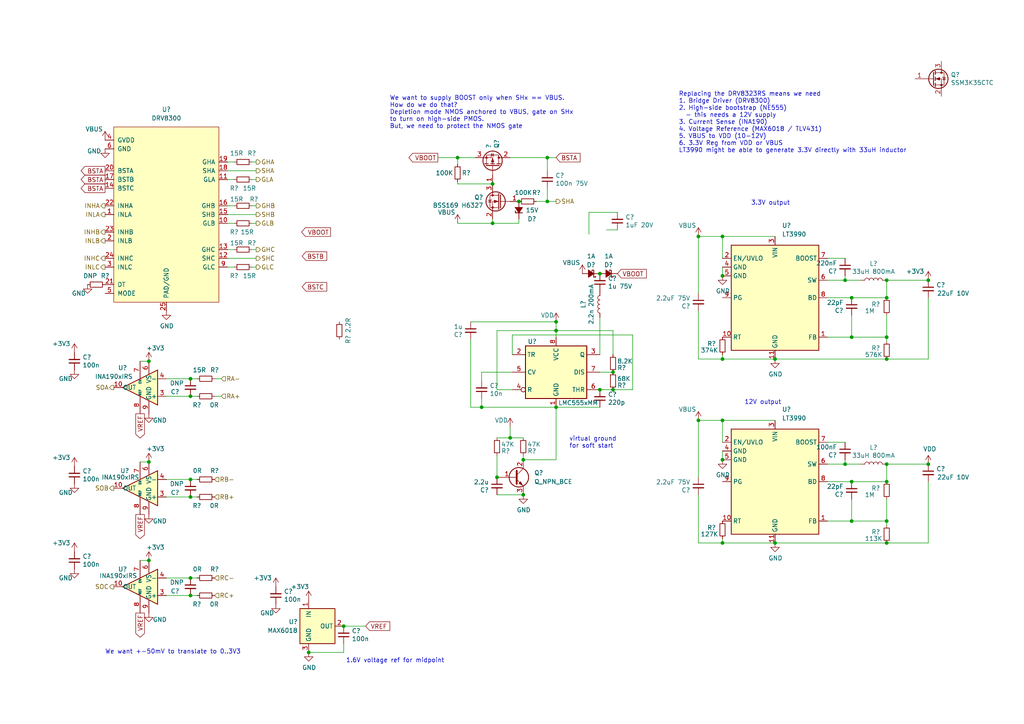
<source format=kicad_sch>
(kicad_sch (version 20211123) (generator eeschema)
  (paper "A4")
  (title_block (title "stm32-nema17-servo") (date "2019-09-16") (rev "V0.3") (company "InRobCo"))
  (lib_symbols
    (symbol "Device:C_Small" (pin_numbers hide) (pin_names (offset 0.254) hide)
      (property "Reference" "C" (at 0.254 1.778 0))
      (property "Value" "C_Small" (at 0.254 -2.032 0))
      (symbol "C_Small_1_1"
        (pin passive line (at 0 2.54 270) (length 2.032) (name "~") (number "1"))
        (pin passive line (at 0 -2.54 90) (length 2.032) (name "~") (number "2"))
      )
    )
    (symbol "Device:D_Schottky_Small_Filled" (pin_numbers hide) (pin_names (offset 0.254) hide)
      (property "Reference" "D" (at -1.27 2.032 0))
      (property "Value" "D_Schottky_Small_Filled" (at -7.112 -2.032 0))
      (symbol "D_Schottky_Small_Filled_1_1"
        (pin passive line (at -2.54 0 0) (length 1.778) (name "K") (number "1"))
        (pin passive line (at 2.54 0 180) (length 1.778) (name "A") (number "2"))
      )
    )
    (symbol "Device:D_Zener_Small_Filled" (pin_numbers hide) (pin_names (offset 0.254) hide)
      (property "Reference" "D" (at 0 2.286 0))
      (property "Value" "D_Zener_Small_Filled" (at 0 -2.286 0))
      (symbol "D_Zener_Small_Filled_1_1"
        (pin passive line (at -2.54 0 0) (length 1.778) (name "K") (number "1"))
        (pin passive line (at 2.54 0 180) (length 1.778) (name "A") (number "2"))
      )
    )
    (symbol "Device:L" (pin_numbers hide) (pin_names (offset 1.016) hide)
      (property "Reference" "L" (at -1.27 0 90))
      (property "Value" "L" (at 1.905 0 90))
      (symbol "L_1_1"
        (pin passive line (at 0 3.81 270) (length 1.27) (name "1") (number "1"))
        (pin passive line (at 0 -3.81 90) (length 1.27) (name "2") (number "2"))
      )
    )
    (symbol "Device:Q_NMOS_GSD" (pin_names (offset 0) hide)
      (property "Reference" "Q" (at 5.08 1.27 0))
      (property "Value" "Q_NMOS_GSD" (at 5.08 -1.27 0))
      (symbol "Q_NMOS_GSD_1_1"
        (pin input line (at -5.08 0 0) (length 2.54) (name "G") (number "1"))
        (pin passive line (at 2.54 -5.08 90) (length 2.54) (name "S") (number "2"))
        (pin passive line (at 2.54 5.08 270) (length 2.54) (name "D") (number "3"))
      )
    )
    (symbol "Device:Q_NPN_BCE" (pin_names (offset 0) hide)
      (property "Reference" "Q" (at 5.08 1.27 0))
      (property "Value" "Q_NPN_BCE" (at 5.08 -1.27 0))
      (symbol "Q_NPN_BCE_1_1"
        (pin input line (at -5.08 0 0) (length 5.715) (name "B") (number "1"))
        (pin passive line (at 2.54 5.08 270) (length 2.54) (name "C") (number "2"))
        (pin passive line (at 2.54 -5.08 90) (length 2.54) (name "E") (number "3"))
      )
    )
    (symbol "Device:Q_PMOS_GDS" (pin_names (offset 0) hide)
      (property "Reference" "Q" (at 5.08 1.27 0))
      (property "Value" "Q_PMOS_GDS" (at 5.08 -1.27 0))
      (symbol "Q_PMOS_GDS_1_1"
        (pin input line (at -5.08 0 0) (length 2.54) (name "G") (number "1"))
        (pin passive line (at 2.54 5.08 270) (length 2.54) (name "D") (number "2"))
        (pin passive line (at 2.54 -5.08 90) (length 2.54) (name "S") (number "3"))
      )
    )
    (symbol "Device:R_Small" (pin_numbers hide) (pin_names (offset 0.254) hide)
      (property "Reference" "R" (at 0.762 0.508 0))
      (property "Value" "R_Small" (at 0.762 -1.016 0))
      (symbol "R_Small_1_1"
        (pin passive line (at 0 2.54 270) (length 0.762) (name "~") (number "1"))
        (pin passive line (at 0 -2.54 90) (length 0.762) (name "~") (number "2"))
      )
    )
    (symbol "Timer:LMC555xMM"
      (property "Reference" "U" (at -10.16 8.89 0))
      (property "Value" "LMC555xMM" (at 2.54 8.89 0))
      (symbol "LMC555xMM_0_0"
        (pin power_in line (at 0 -10.16 90) (length 2.54) (name "GND") (number "1"))
        (pin power_in line (at 0 10.16 270) (length 2.54) (name "VCC") (number "8"))
      )
      (symbol "LMC555xMM_1_1"
        (pin input line (at -12.7 5.08 0) (length 3.81) (name "TR") (number "2"))
        (pin output line (at 12.7 5.08 180) (length 3.81) (name "Q") (number "3"))
        (pin input inverted (at -12.7 -5.08 0) (length 3.81) (name "R") (number "4"))
        (pin input line (at -12.7 0 0) (length 3.81) (name "CV") (number "5"))
        (pin input line (at 12.7 -5.08 180) (length 3.81) (name "THR") (number "6"))
        (pin input line (at 12.7 0 180) (length 3.81) (name "DIS") (number "7"))
      )
    )
    (symbol "power:+3.3V" (power) (pin_names (offset 0))
      (property "Value" "+3.3V" (at 0 3.556 0))
      (symbol "+3.3V_1_1"
        (pin power_in line (at 0 0 90) (length 0) hide (name "+3V3") (number "1"))
      )
    )
    (symbol "power:GND" (power) (pin_names (offset 0))
      (property "Value" "GND" (at 0 -3.81 0))
      (symbol "GND_1_1"
        (pin power_in line (at 0 0 270) (length 0) hide (name "GND") (number "1"))
      )
    )
    (symbol "power:VBUS" (power) (pin_names (offset 0))
      (property "Value" "VBUS" (at 0 3.81 0))
      (symbol "VBUS_1_1"
        (pin power_in line (at 0 0 90) (length 0) hide (name "VBUS") (number "1"))
      )
    )
    (symbol "power:VDD" (power) (pin_names (offset 0))
      (property "Value" "VDD" (at 0 3.81 0))
      (symbol "VDD_1_1"
        (pin power_in line (at 0 0 90) (length 0) hide (name "VDD") (number "1"))
      )
    )
    (symbol "stm32-nema17:DRV8300" (pin_names (offset 1.016))
      (property "Reference" "U" (at -13.97 26.67 0))
      (property "Value" "DRV8300" (at 10.16 -26.67 0))
      (symbol "DRV8300_0_0"
        (pin input line (at -17.78 0 0) (length 2.54) (name "INLA") (number "1"))
        (pin power_out line (at 17.78 -2.54 180) (length 2.54) (name "GLB") (number "10"))
        (pin power_out line (at 17.78 10.16 180) (length 2.54) (name "GLA") (number "11"))
        (pin input line (at 17.78 -12.7 180) (length 2.54) (name "SHC") (number "12"))
        (pin power_out line (at 17.78 -10.16 180) (length 2.54) (name "GHC") (number "13"))
        (pin power_out line (at -17.78 7.62 0) (length 2.54) (name "BSTC") (number "14"))
        (pin input line (at 17.78 0 180) (length 2.54) (name "SHB") (number "15"))
        (pin power_out line (at 17.78 2.54 180) (length 2.54) (name "GHB") (number "16"))
        (pin power_out line (at -17.78 10.16 0) (length 2.54) (name "BSTB") (number "17"))
        (pin input line (at 17.78 12.7 180) (length 2.54) (name "SHA") (number "18"))
        (pin power_out line (at 17.78 15.24 180) (length 2.54) (name "GHA") (number "19"))
        (pin input line (at -17.78 -7.62 0) (length 2.54) (name "INLB") (number "2"))
        (pin power_out line (at -17.78 12.7 0) (length 2.54) (name "BSTA") (number "20"))
        (pin input line (at -17.78 -20.32 0) (length 2.54) (name "DT") (number "21"))
        (pin input line (at -17.78 2.54 0) (length 2.54) (name "INHA") (number "22"))
        (pin input line (at -17.78 -5.08 0) (length 2.54) (name "INHB") (number "23"))
        (pin input line (at -17.78 -12.7 0) (length 2.54) (name "INHC") (number "24"))
        (pin power_in line (at 0 -27.94 90) (length 2.54) (name "PAD/GND") (number "25"))
        (pin input line (at -17.78 -15.24 0) (length 2.54) (name "INLC") (number "3"))
        (pin power_out line (at -17.78 21.59 0) (length 2.54) (name "GVDD") (number "4"))
        (pin input line (at -17.78 -22.86 0) (length 2.54) (name "MODE") (number "5"))
        (pin power_in line (at -17.78 19.05 0) (length 2.54) (name "GND") (number "6"))
        (pin no_connect line (at -8.89 -25.4 270) (length 2.54) hide (name "NC") (number "7"))
        (pin no_connect line (at -6.35 -25.4 270) (length 2.54) hide (name "NC") (number "8"))
        (pin power_out line (at 17.78 -15.24 180) (length 2.54) (name "GLC") (number "9"))
      )
    )
    (symbol "stm32-nema17:INA190xIRS" (pin_names (offset 0.127))
      (property "Reference" "U" (at 3.81 3.81 0))
      (property "Value" "INA190xIRS" (at 3.81 -2.54 0))
      (symbol "INA190xIRS_1_1"
        (pin output line (at 7.62 0 180) (length 2.54) (name "OUT") (number "10"))
        (pin input line (at -7.62 -2.54 0) (length 2.54) (name "+") (number "3"))
        (pin input line (at -7.62 2.54 0) (length 2.54) (name "-") (number "4"))
        (pin power_in line (at -2.54 7.62 270) (length 3.81) (name "VS") (number "6"))
        (pin input line (at 0 7.62 270) (length 5.08) (name "EN") (number "7"))
        (pin input line (at 0 -7.62 90) (length 5.08) (name "REF") (number "8"))
        (pin power_in line (at -2.54 -7.62 90) (length 3.81) (name "GND") (number "9"))
      )
    )
    (symbol "stm32-nema17:LT3990"
      (property "Reference" "U" (at -11.43 16.51 0))
      (property "Value" "LT3990" (at 11.43 -16.51 0))
      (symbol "LT3990_0_0"
        (pin power_in line (at -15.24 8.89 0) (length 2.54) (name "GND") (number "4"))
        (pin power_in line (at -15.24 6.35 0) (length 2.54) (name "GND") (number "5"))
      )
      (symbol "LT3990_1_1"
        (pin input line (at 15.24 -11.43 180) (length 2.54) (name "FB") (number "1"))
        (pin input line (at -15.24 -11.43 0) (length 2.54) (name "RT") (number "10"))
        (pin power_in line (at 0 -17.78 90) (length 2.54) (name "GND") (number "11"))
        (pin input line (at -15.24 11.43 0) (length 2.54) (name "EN/UVLO") (number "2"))
        (pin power_in line (at 0 17.78 270) (length 2.54) (name "VIN") (number "3"))
        (pin passive line (at 15.24 5.08 180) (length 2.54) (name "SW") (number "6"))
        (pin passive line (at 15.24 11.43 180) (length 2.54) (name "BOOST") (number "7"))
        (pin power_in line (at 15.24 0 180) (length 2.54) (name "BD") (number "8"))
        (pin input line (at -15.24 0 0) (length 2.54) (name "PG") (number "9"))
      )
    )
    (symbol "stm32-nema17:MAX6018"
      (property "Reference" "U" (at 0 6.35 0))
      (property "Value" "MAX6018" (at 2.54 -6.35 0))
      (symbol "MAX6018_1_1"
        (pin power_in line (at -2.54 7.62 270) (length 2.54) (name "IN") (number "1"))
        (pin power_out line (at 7.62 0 180) (length 2.54) (name "OUT") (number "2"))
        (pin power_in line (at -2.54 -7.62 90) (length 2.54) (name "GND") (number "3"))
      )
    )
    (symbol "stm32-nema17:Q_NMOS_GSD_depletion_mode" (pin_names (offset 0) hide)
      (property "Reference" "Q" (at 5.08 1.27 0))
      (property "Value" "Q_NMOS_GSD_depletion_mode" (at 5.08 -1.27 0))
      (symbol "Q_NMOS_GSD_depletion_mode_1_1"
        (pin input line (at -5.08 0 0) (length 2.54) (name "G") (number "1"))
        (pin passive line (at 2.54 -5.08 90) (length 2.54) (name "S") (number "2"))
        (pin passive line (at 2.54 5.08 270) (length 2.54) (name "D") (number "3"))
      )
    )
  )
  (junction (at 269.24 81.28))
  (junction (at -56.515 111.76))
  (junction (at 245.11 81.28))
  (junction (at 158.75 45.72))
  (junction (at 177.8 113.03))
  (junction (at 43.18 133.985))
  (junction (at 209.55 157.48))
  (junction (at 55.245 172.72))
  (junction (at 257.175 139.7))
  (junction (at -33.655 121.92))
  (junction (at 158.75 58.42))
  (junction (at -56.515 121.92))
  (junction (at 55.245 114.935))
  (junction (at 150.495 58.42))
  (junction (at 55.245 144.145))
  (junction (at 247.015 151.13))
  (junction (at 151.765 133.35))
  (junction (at 247.015 97.79))
  (junction (at -20.955 106.68))
  (junction (at 99.695 181.61))
  (junction (at -20.955 116.84))
  (junction (at 257.175 81.28))
  (junction (at 224.79 157.48))
  (junction (at 151.765 143.51))
  (junction (at 132.715 45.72))
  (junction (at 147.955 127))
  (junction (at 161.29 118.11))
  (junction (at 269.24 134.62))
  (junction (at 245.11 134.62))
  (junction (at 144.145 138.43))
  (junction (at 257.175 157.48))
  (junction (at 142.875 64.77))
  (junction (at 209.55 121.92))
  (junction (at 257.175 134.62))
  (junction (at 173.99 79.375))
  (junction (at 55.245 109.855))
  (junction (at 257.175 97.79))
  (junction (at 142.875 53.34))
  (junction (at 173.99 113.03))
  (junction (at 247.015 139.7))
  (junction (at -56.515 93.98))
  (junction (at 209.55 104.14))
  (junction (at 209.55 68.58))
  (junction (at 257.175 151.13))
  (junction (at 161.29 93.345))
  (junction (at 89.535 189.23))
  (junction (at 257.175 104.14))
  (junction (at 43.18 162.56))
  (junction (at -33.655 100.33))
  (junction (at 43.18 104.775))
  (junction (at 209.55 80.01))
  (junction (at 257.175 86.36))
  (junction (at 55.245 139.065))
  (junction (at 55.245 167.64))
  (junction (at 161.29 95.885))
  (junction (at 247.015 86.36))
  (junction (at -50.8 111.76))
  (junction (at 224.79 104.14))
  (junction (at 177.8 107.95))
  (junction (at 209.55 133.35))
  (junction (at 202.565 121.92))
  (junction (at 202.565 68.58))
  (junction (at -20.955 99.695))
  (junction (at 139.7 118.11))
  (no_connect (at -46.355 111.76))
  (no_connect (at -20.955 111.76))
  (wire (pts (xy 148.59 97.155) (xy 148.59 102.87)))
  (wire (pts (xy 66.04 74.93) (xy 74.295 74.93)))
  (wire (pts (xy 202.565 143.51) (xy 202.565 157.48)))
  (wire (pts (xy 240.03 134.62) (xy 245.11 134.62)))
  (wire (pts (xy 247.015 91.44) (xy 247.015 97.79)))
  (wire (pts (xy 48.26 109.855) (xy 55.245 109.855)))
  (wire (pts (xy 147.955 45.72) (xy 158.75 45.72)))
  (wire (pts (xy 66.04 72.39) (xy 67.945 72.39)))
  (wire (pts (xy 99.695 189.23) (xy 99.695 186.69)))
  (wire (pts (xy -50.8 100.33) (xy -33.655 100.33)))
  (wire (pts (xy 151.765 133.35) (xy 161.29 133.35)))
  (wire (pts (xy 55.245 167.64) (xy 57.15 167.64)))
  (wire (pts (xy -46.355 98.425) (xy -46.355 106.68)))
  (wire (pts (xy 62.23 114.935) (xy 64.135 114.935)))
  (wire (pts (xy 139.7 118.11) (xy 161.29 118.11)))
  (wire (pts (xy 240.03 97.79) (xy 247.015 97.79)))
  (wire (pts (xy 245.11 133.35) (xy 245.11 134.62)))
  (wire (pts (xy 136.525 118.11) (xy 139.7 118.11)))
  (wire (pts (xy -56.515 114.3) (xy -56.515 111.76)))
  (wire (pts (xy 73.025 77.47) (xy 74.295 77.47)))
  (wire (pts (xy 209.55 68.58) (xy 209.55 74.93)))
  (wire (pts (xy 136.525 93.345) (xy 161.29 93.345)))
  (wire (pts (xy 148.59 107.95) (xy 139.7 107.95)))
  (wire (pts (xy 257.175 157.48) (xy 269.24 157.48)))
  (wire (pts (xy 183.515 113.03) (xy 183.515 97.155)))
  (wire (pts (xy 99.695 181.61) (xy 106.045 181.61)))
  (wire (pts (xy -46.355 116.84) (xy -50.8 116.84)))
  (wire (pts (xy 183.515 97.155) (xy 148.59 97.155)))
  (wire (pts (xy 161.29 95.885) (xy 161.29 97.79)))
  (wire (pts (xy 245.11 80.01) (xy 245.11 81.28)))
  (wire (pts (xy 158.75 45.72) (xy 158.75 49.53)))
  (wire (pts (xy 173.99 107.95) (xy 177.8 107.95)))
  (wire (pts (xy 151.765 132.08) (xy 151.765 133.35)))
  (wire (pts (xy 240.03 151.13) (xy 247.015 151.13)))
  (wire (pts (xy 209.55 104.14) (xy 209.55 102.87)))
  (wire (pts (xy 144.145 143.51) (xy 151.765 143.51)))
  (wire (pts (xy -56.515 82.55) (xy -48.26 82.55)))
  (wire (pts (xy 66.04 77.47) (xy 67.945 77.47)))
  (wire (pts (xy -50.8 100.33) (xy -50.8 111.76)))
  (wire (pts (xy -60.96 121.92) (xy -56.515 121.92)))
  (wire (pts (xy 245.11 81.28) (xy 249.555 81.28)))
  (wire (pts (xy 144.145 95.885) (xy 161.29 95.885)))
  (wire (pts (xy 158.75 45.72) (xy 161.29 45.72)))
  (wire (pts (xy 144.145 127) (xy 147.955 127)))
  (wire (pts (xy -20.955 106.68) (xy -13.97 106.68)))
  (wire (pts (xy 48.26 114.935) (xy 55.245 114.935)))
  (wire (pts (xy 48.26 167.64) (xy 55.245 167.64)))
  (wire (pts (xy 127 45.72) (xy 132.715 45.72)))
  (wire (pts (xy 55.245 109.855) (xy 57.15 109.855)))
  (wire (pts (xy 209.55 130.81) (xy 209.55 133.35)))
  (wire (pts (xy -13.97 106.68) (xy -13.97 93.98)))
  (wire (pts (xy -20.955 116.84) (xy -17.145 116.84)))
  (wire (pts (xy 48.26 144.145) (xy 55.245 144.145)))
  (wire (pts (xy 247.015 86.36) (xy 257.175 86.36)))
  (wire (pts (xy 132.715 45.72) (xy 132.715 47.625)))
  (wire (pts (xy -50.8 111.76) (xy -56.515 111.76)))
  (wire (pts (xy 170.815 61.595) (xy 179.07 61.595)))
  (wire (pts (xy -60.96 119.38) (xy -60.96 121.92)))
  (wire (pts (xy 209.55 157.48) (xy 209.55 156.21)))
  (wire (pts (xy 209.55 121.92) (xy 209.55 128.27)))
  (wire (pts (xy 55.245 144.145) (xy 57.15 144.145)))
  (wire (pts (xy 137.795 45.72) (xy 132.715 45.72)))
  (wire (pts (xy 240.03 86.36) (xy 247.015 86.36)))
  (wire (pts (xy 40.64 104.775) (xy 43.18 104.775)))
  (wire (pts (xy 257.175 134.62) (xy 257.175 139.7)))
  (wire (pts (xy -20.955 99.695) (xy -20.955 101.6)))
  (wire (pts (xy 66.04 46.99) (xy 67.945 46.99)))
  (wire (pts (xy 158.75 54.61) (xy 158.75 58.42)))
  (wire (pts (xy 209.55 77.47) (xy 209.55 80.01)))
  (wire (pts (xy 247.015 151.13) (xy 257.175 151.13)))
  (wire (pts (xy 173.99 113.03) (xy 177.8 113.03)))
  (wire (pts (xy -33.655 91.44) (xy -33.655 100.33)))
  (wire (pts (xy -50.8 116.84) (xy -50.8 111.76)))
  (wire (pts (xy -33.655 100.33) (xy -33.655 101.6)))
  (wire (pts (xy 73.025 64.77) (xy 74.295 64.77)))
  (wire (pts (xy 73.025 72.39) (xy 74.295 72.39)))
  (wire (pts (xy 158.75 58.42) (xy 161.29 58.42)))
  (wire (pts (xy 247.015 144.78) (xy 247.015 151.13)))
  (wire (pts (xy 147.955 123.825) (xy 147.955 127)))
  (wire (pts (xy -56.515 88.9) (xy -56.515 82.55)))
  (wire (pts (xy 55.245 114.935) (xy 57.15 114.935)))
  (wire (pts (xy 147.955 127) (xy 151.765 127)))
  (wire (pts (xy -33.655 121.92) (xy -20.955 121.92)))
  (wire (pts (xy -51.435 87.63) (xy -48.26 87.63)))
  (wire (pts (xy -56.515 121.92) (xy -33.655 121.92)))
  (wire (pts (xy 177.8 113.03) (xy 183.515 113.03)))
  (wire (pts (xy 202.565 85.09) (xy 202.565 68.58)))
  (wire (pts (xy 55.245 139.065) (xy 57.15 139.065)))
  (wire (pts (xy 73.025 46.99) (xy 74.295 46.99)))
  (wire (pts (xy 173.99 92.075) (xy 173.99 102.87)))
  (wire (pts (xy 144.145 113.03) (xy 144.145 95.885)))
  (wire (pts (xy 240.03 74.93) (xy 245.11 74.93)))
  (wire (pts (xy 132.715 53.34) (xy 142.875 53.34)))
  (wire (pts (xy -60.96 114.3) (xy -60.96 111.76)))
  (wire (pts (xy 66.04 59.69) (xy 67.945 59.69)))
  (wire (pts (xy 66.04 64.77) (xy 67.945 64.77)))
  (wire (pts (xy 142.875 63.5) (xy 142.875 64.77)))
  (wire (pts (xy 170.815 67.945) (xy 170.815 61.595)))
  (wire (pts (xy 224.79 157.48) (xy 209.55 157.48)))
  (wire (pts (xy 40.64 162.56) (xy 43.18 162.56)))
  (wire (pts (xy -20.955 98.425) (xy -20.955 99.695)))
  (wire (pts (xy 144.145 132.08) (xy 144.145 138.43)))
  (wire (pts (xy 66.04 52.07) (xy 67.945 52.07)))
  (wire (pts (xy -56.515 93.98) (xy -56.515 106.68)))
  (wire (pts (xy -33.655 126.365) (xy -33.655 121.92)))
  (wire (pts (xy 247.015 139.7) (xy 257.175 139.7)))
  (wire (pts (xy 240.03 139.7) (xy 247.015 139.7)))
  (wire (pts (xy 240.03 128.27) (xy 245.11 128.27)))
  (wire (pts (xy 66.04 62.23) (xy 74.295 62.23)))
  (wire (pts (xy 257.175 81.28) (xy 257.175 86.36)))
  (wire (pts (xy 202.565 157.48) (xy 209.55 157.48)))
  (wire (pts (xy 257.175 91.44) (xy 257.175 97.79)))
  (wire (pts (xy 150.495 64.77) (xy 142.875 64.77)))
  (wire (pts (xy 202.565 121.92) (xy 209.55 121.92)))
  (wire (pts (xy 161.29 93.345) (xy 161.29 95.885)))
  (wire (pts (xy 240.03 81.28) (xy 245.11 81.28)))
  (wire (pts (xy 269.24 139.7) (xy 269.24 157.48)))
  (wire (pts (xy 48.26 139.065) (xy 55.245 139.065)))
  (wire (pts (xy 247.015 97.79) (xy 257.175 97.79)))
  (wire (pts (xy 224.79 157.48) (xy 257.175 157.48)))
  (wire (pts (xy 224.79 104.14) (xy 257.175 104.14)))
  (wire (pts (xy 209.55 121.92) (xy 224.79 121.92)))
  (wire (pts (xy 40.64 133.985) (xy 43.18 133.985)))
  (wire (pts (xy -20.955 99.695) (xy -17.145 99.695)))
  (wire (pts (xy 62.23 109.855) (xy 64.135 109.855)))
  (wire (pts (xy 73.025 59.69) (xy 74.295 59.69)))
  (wire (pts (xy 257.175 134.62) (xy 269.24 134.62)))
  (wire (pts (xy 150.495 63.5) (xy 150.495 64.77)))
  (wire (pts (xy -60.96 111.76) (xy -56.515 111.76)))
  (wire (pts (xy 269.24 86.36) (xy 269.24 104.14)))
  (wire (pts (xy -56.515 119.38) (xy -56.515 121.92)))
  (wire (pts (xy -17.145 99.695) (xy -17.145 116.84)))
  (wire (pts (xy 177.8 95.885) (xy 177.8 102.87)))
  (wire (pts (xy 209.55 68.58) (xy 224.79 68.58)))
  (wire (pts (xy -46.355 98.425) (xy -20.955 98.425)))
  (wire (pts (xy 161.29 95.885) (xy 177.8 95.885)))
  (wire (pts (xy 202.565 138.43) (xy 202.565 121.92)))
  (wire (pts (xy -51.435 93.98) (xy -13.97 93.98)))
  (wire (pts (xy 175.895 66.675) (xy 179.07 66.675)))
  (wire (pts (xy 73.025 52.07) (xy 74.295 52.07)))
  (wire (pts (xy 224.79 104.14) (xy 209.55 104.14)))
  (wire (pts (xy 55.245 172.72) (xy 57.15 172.72)))
  (wire (pts (xy 257.175 144.78) (xy 257.175 151.13)))
  (wire (pts (xy 257.175 97.79) (xy 257.175 99.06)))
  (wire (pts (xy 139.7 107.95) (xy 139.7 110.49)))
  (wire (pts (xy 132.715 52.705) (xy 132.715 53.34)))
  (wire (pts (xy 202.565 90.17) (xy 202.565 104.14)))
  (wire (pts (xy 136.525 98.425) (xy 136.525 118.11)))
  (wire (pts (xy 66.04 49.53) (xy 74.295 49.53)))
  (wire (pts (xy 89.535 189.23) (xy 99.695 189.23)))
  (wire (pts (xy 161.29 118.11) (xy 173.99 118.11)))
  (wire (pts (xy 139.7 115.57) (xy 139.7 118.11)))
  (wire (pts (xy 155.575 58.42) (xy 158.75 58.42)))
  (wire (pts (xy 257.175 104.14) (xy 269.24 104.14)))
  (wire (pts (xy 161.29 118.11) (xy 161.29 133.35)))
  (wire (pts (xy 148.59 113.03) (xy 144.145 113.03)))
  (wire (pts (xy 202.565 104.14) (xy 209.55 104.14)))
  (wire (pts (xy 202.565 68.58) (xy 209.55 68.58)))
  (wire (pts (xy 257.175 81.28) (xy 269.24 81.28)))
  (wire (pts (xy 245.11 134.62) (xy 249.555 134.62)))
  (wire (pts (xy 48.26 172.72) (xy 55.245 172.72)))
  (wire (pts (xy 257.175 151.13) (xy 257.175 152.4)))
  (wire (pts (xy 132.715 64.77) (xy 142.875 64.77)))
  (text "virtual ground \nfor soft start" (at 165.1 130.175 0) (effects (font (size 1.27 1.27)) (justify left bottom)))
  (text "12V output" (at 215.9 117.475 0) (effects (font (size 1.27 1.27)) (justify left bottom)))
  (text "Replacing the DRV8323RS means we need\n1. Bridge Driver (DRV8300)\n2. High-side bootstrap (NE555)\n  - this needs a 12V supply\n3. Current Sense (INA190)\n4. Voltage Reference (MAX6018 / TLV431)\n5. VBUS to VDD (10-12V)\n6. 3.3V Reg from VDD or VBUS\nLT3990 might be able to generate 3.3V directly with 33uH inductor" (at 196.85 44.45 0) (effects (font (size 1.27 1.27)) (justify left bottom)))
  (text "We want to supply BOOST only when SHx == VBUS.\nHow do we do that?\nDepletion mode NMOS anchored to VBUS, gate on SHx\nto turn on high-side PMOS.\nBut, we need to protect the NMOS gate" (at 113.03 37.465 0) (effects (font (size 1.27 1.27)) (justify left bottom)))
  (text "3.3V output" (at 217.805 59.69 0) (effects (font (size 1.27 1.27)) (justify left bottom)))
  (text "We want +-50mV to translate to 0..3V3" (at 30.48 189.865 0) (effects (font (size 1.27 1.27)) (justify left bottom)))
  (text "1.6V voltage ref for midpoint" (at 100.33 192.405 0) (effects (font (size 1.27 1.27)) (justify left bottom)))
  (global_label "BSTC" (shape input) (at 87.63 83.185 0) (property "Intersheet References" "${INTERSHEET_REFS}" (effects hide)))
  (global_label "VREF" (shape input) (at 106.045 181.61 0) (property "Intersheet References" "${INTERSHEET_REFS}" (effects hide)))
  (global_label "BSTA" (shape output) (at 30.48 52.07 180) (property "Intersheet References" "${INTERSHEET_REFS}" (effects hide)))
  (global_label "VREF" (shape output) (at 40.64 149.225 270) (property "Intersheet References" "${INTERSHEET_REFS}" (effects hide)))
  (global_label "BSTA" (shape output) (at 30.48 54.61 180) (property "Intersheet References" "${INTERSHEET_REFS}" (effects hide)))
  (global_label "VREF" (shape output) (at 40.64 120.015 270) (property "Intersheet References" "${INTERSHEET_REFS}" (effects hide)))
  (global_label "VBOOT" (shape input) (at 179.07 79.375 0) (property "Intersheet References" "${INTERSHEET_REFS}" (effects hide)))
  (global_label "BSTA" (shape input) (at 161.29 45.72 0) (property "Intersheet References" "${INTERSHEET_REFS}" (effects hide)))
  (global_label "VREF" (shape output) (at 40.64 177.8 270) (property "Intersheet References" "${INTERSHEET_REFS}" (effects hide)))
  (global_label "BSTA" (shape output) (at 30.48 49.53 180) (property "Intersheet References" "${INTERSHEET_REFS}" (effects hide)))
  (global_label "BSTB" (shape input) (at 87.63 74.295 0) (property "Intersheet References" "${INTERSHEET_REFS}" (effects hide)))
  (global_label "VBOOT" (shape input) (at -56.515 82.55 90) (property "Intersheet References" "${INTERSHEET_REFS}" (effects hide)))
  (global_label "VBOOT" (shape output) (at 95.885 67.31 180) (property "Intersheet References" "${INTERSHEET_REFS}" (effects hide)))
  (global_label "VBOOT" (shape output) (at 127 45.72 180) (property "Intersheet References" "${INTERSHEET_REFS}" (effects hide)))
  (hierarchical_label "RB+" (shape input) (at 62.23 144.145 0))
  (hierarchical_label "INHA" (shape output) (at 30.48 59.69 180))
  (hierarchical_label "RA-" (shape input) (at 64.135 109.855 0))
  (hierarchical_label "INLC" (shape output) (at 30.48 77.47 180))
  (hierarchical_label "RC+" (shape input) (at 62.23 172.72 0))
  (hierarchical_label "GHC" (shape output) (at 74.295 72.39 0))
  (hierarchical_label "GHA" (shape output) (at 74.295 46.99 0))
  (hierarchical_label "GLA" (shape output) (at 74.295 52.07 0))
  (hierarchical_label "SHC" (shape output) (at 74.295 74.93 0))
  (hierarchical_label "SHB" (shape output) (at 74.295 62.23 0))
  (hierarchical_label "INHC" (shape output) (at 30.48 74.93 180))
  (hierarchical_label "RB-" (shape input) (at 62.23 139.065 0))
  (hierarchical_label "SOA" (shape output) (at 33.02 112.395 180))
  (hierarchical_label "GLB" (shape output) (at 74.295 64.77 0))
  (hierarchical_label "INHB" (shape output) (at 30.48 67.31 180))
  (hierarchical_label "SHA" (shape output) (at 161.29 58.42 0))
  (hierarchical_label "SOB" (shape output) (at 33.02 141.605 180))
  (hierarchical_label "RA+" (shape input) (at 64.135 114.935 0))
  (hierarchical_label "GLC" (shape output) (at 74.295 77.47 0))
  (hierarchical_label "INLB" (shape output) (at 30.48 69.85 180))
  (hierarchical_label "GHB" (shape output) (at 74.295 59.69 0))
  (hierarchical_label "SOC" (shape output) (at 33.02 170.18 180))
  (hierarchical_label "RC-" (shape input) (at 62.23 167.64 0))
  (hierarchical_label "INLA" (shape output) (at 30.48 62.23 180))
  (hierarchical_label "SHA" (shape output) (at 74.295 49.53 0))
  (symbol (lib_id "power:GND") (at 48.26 90.17 0) (unit 1)
    (property "Reference" "#PWR0103" (effects hide))
    (property "Value" "GND" (at 48.387 94.5642 0))
  )
  (symbol (lib_id "power:+3.3V") (at 89.535 173.99 0) (unit 1)
    (property "Reference" "#PWR02" (effects hide))
    (property "Value" "+3.3V" (at 86.995 170.18 0))
  )
  (symbol (lib_id "Device:C_Small") (at 269.24 83.82 0) (unit 1)
    (property "Reference" "C?" (at 271.5768 82.6516 0) (effects (justify left)))
    (property "Value" "22uF 10V" (at 271.78 85.09 0) (effects (justify left)))
    (property "Footprint" "Capacitor_SMD:C_0805_2012Metric" (effects hide))
    (property "MPN" "TMK212BBJ106KG" (effects hide))
  )
  (symbol (lib_id "power:VBUS") (at 168.91 79.375 0) (unit 1)
    (property "Reference" "#PWR?" (effects hide))
    (property "Value" "VBUS" (at 165.735 76.2 0))
  )
  (symbol (lib_id "Device:R_Small") (at 59.69 139.065 270) (unit 1)
    (property "Reference" "R?" (at 60.96 136.525 90) (effects (justify left)))
    (property "Value" "0R" (at 55.88 136.525 90) (effects (justify left)))
    (property "Footprint" "Resistor_SMD:R_0402_1005Metric" (effects hide))
    (property "MPN" "RC0402FR-07100RL" (effects hide))
  )
  (symbol (lib_id "power:+3.3V") (at 21.59 135.255 0) (unit 1)
    (property "Reference" "#PWR?" (effects hide))
    (property "Value" "+3.3V" (at 17.78 132.715 0))
  )
  (symbol (lib_id "Device:D_Schottky_Small_Filled") (at -56.515 91.44 270) (unit 1)
    (property "Reference" "D?" (at -59.055 90.17 0) (effects (justify left)))
    (property "Value" "1A" (at -61.595 90.17 0) (effects (justify left)))
    (property "Footprint" "Diode_SMD:D_0402_1005Metric" (effects hide))
    (property "MPN" "CDBQT140-HF" (effects hide))
  )
  (symbol (lib_id "power:VBUS") (at 132.715 64.77 0) (unit 1)
    (property "Reference" "#PWR?" (effects hide))
    (property "Value" "VBUS" (at 129.54 61.595 0))
  )
  (symbol (lib_id "stm32-nema17:LT3990") (at 224.79 139.7 0) (unit 1)
    (property "Reference" "U?" (at 226.8094 118.745 0) (effects (justify left)))
    (property "Value" "LT3990" (at 226.8094 121.285 0) (effects (justify left)))
    (property "Footprint" "Package_DFN_QFN:DFN-10-1EP_3x3mm_P0.5mm_EP1.65x2.38mm_ThermalVias" (effects hide))
    (property "Datasheet" "https://www.analog.com/media/en/technical-documentation/data-sheets/3990f.pdf" (effects hide))
  )
  (symbol (lib_id "Device:R_Small") (at 177.8 105.41 180) (unit 1)
    (property "Reference" "R?" (at 181.61 106.68 0) (effects (justify left)))
    (property "Value" "8.2K" (at 183.515 104.775 0) (effects (justify left)))
    (property "Footprint" "Resistor_SMD:R_0402_1005Metric" (effects hide))
    (property "MPN" "RC0402FR-07100RL" (effects hide))
  )
  (symbol (lib_id "power:GND") (at 30.48 43.18 0) (unit 1)
    (property "Reference" "#PWR?" (effects hide))
    (property "Value" "GND" (at 27.305 43.815 0))
  )
  (symbol (lib_id "power:VBUS") (at 202.565 121.92 0) (unit 1)
    (property "Reference" "#PWR?" (effects hide))
    (property "Value" "VBUS" (at 199.39 118.745 0))
  )
  (symbol (lib_id "Device:C_Small") (at 247.015 142.24 0) (unit 1)
    (property "Reference" "C?" (at 244.6782 143.4084 0) (effects (justify right)))
    (property "Value" "22pF" (at 244.6782 141.097 0) (effects (justify right)))
    (property "Footprint" "Capacitor_SMD:C_0402_1005Metric" (effects hide))
    (property "MPN" "CC0402KRX5R8BB104" (effects hide))
  )
  (symbol (lib_id "Device:R_Small") (at 70.485 77.47 90) (unit 1)
    (property "Reference" "R?" (at 69.215 80.01 90) (effects (justify left)))
    (property "Value" "15R" (at 74.295 80.01 90) (effects (justify left)))
    (property "Footprint" "Resistor_SMD:R_0402_1005Metric" (effects hide))
    (property "MPN" "RC0402FR-07100RL" (effects hide))
  )
  (symbol (lib_id "Device:R_Small") (at 257.175 101.6 0) (unit 1)
    (property "Reference" "R?" (at 252.73 100.965 0) (effects (justify left)))
    (property "Value" "576K" (at 250.825 102.87 0) (effects (justify left)))
    (property "Footprint" "Resistor_SMD:R_0402_1005Metric" (effects hide))
    (property "MPN" "RC0402FR-07100RL" (effects hide))
  )
  (symbol (lib_id "Device:R_Small") (at 59.69 109.855 270) (unit 1)
    (property "Reference" "R?" (at 60.96 107.315 90) (effects (justify left)))
    (property "Value" "15R" (at 55.88 107.315 90) (effects (justify left)))
    (property "Footprint" "Resistor_SMD:R_0402_1005Metric" (effects hide))
    (property "MPN" "RC0402FR-07100RL" (effects hide))
  )
  (symbol (lib_id "stm32-nema17:INA190xIRS") (at 40.64 112.395 0) (mirror y) (unit 1)
    (property "Reference" "U?" (at 35.56 106.68 0))
    (property "Value" "INA190xIRS" (at 33.02 109.22 0))
    (property "Footprint" "Package_DFN_QFN:UQFN-10_1.4x1.8mm_P0.4mm" (effects hide))
    (property "Datasheet" "http://www.ti.com/lit/ds/symlink/ina190pdf" (effects hide))
  )
  (symbol (lib_id "power:GND") (at 224.79 157.48 0) (unit 1)
    (property "Reference" "#PWR?" (effects hide))
    (property "Value" "GND" (at 224.917 161.8742 0))
  )
  (symbol (lib_id "power:VDD") (at 269.24 134.62 0) (unit 1)
    (property "Reference" "#PWR?" (effects hide))
    (property "Value" "VDD" (at 269.6718 130.2258 0))
  )
  (symbol (lib_id "power:GND") (at -33.655 131.445 0) (unit 1)
    (property "Reference" "#PWR?" (effects hide))
    (property "Value" "GND" (at -33.528 135.8392 0))
  )
  (symbol (lib_id "Device:C_Small") (at 55.245 170.18 0) (unit 1)
    (property "Reference" "C?" (at 52.07 171.45 0) (effects (justify right)))
    (property "Value" "DNP" (at 53.34 168.91 0) (effects (justify right)))
    (property "Footprint" "Capacitor_SMD:C_0402_1005Metric" (effects hide))
    (property "MPN" "CC0402KRX5R8BB104" (effects hide))
  )
  (symbol (lib_id "Device:R_Small") (at -20.955 104.14 180) (unit 1)
    (property "Reference" "R?" (at -18.415 105.41 90) (effects (justify left)))
    (property "Value" "100K" (at -18.415 100.33 90) (effects (justify left)))
    (property "Footprint" "Resistor_SMD:R_0402_1005Metric" (effects hide))
    (property "MPN" "RC0402FR-07100RL" (effects hide))
  )
  (symbol (lib_id "power:GND") (at 209.55 133.35 0) (unit 1)
    (property "Reference" "#PWR?" (effects hide))
    (property "Value" "GND" (at 209.677 137.7442 0))
  )
  (symbol (lib_id "power:VBUS") (at 202.565 68.58 0) (unit 1)
    (property "Reference" "#PWR?" (effects hide))
    (property "Value" "VBUS" (at 199.39 65.405 0))
  )
  (symbol (lib_id "power:GND") (at 21.59 140.335 0) (unit 1)
    (property "Reference" "#PWR?" (effects hide))
    (property "Value" "GND" (at 19.05 142.875 0))
  )
  (symbol (lib_id "Device:R_Small") (at 59.69 144.145 90) (unit 1)
    (property "Reference" "R?" (at 58.42 146.685 90) (effects (justify left)))
    (property "Value" "0R" (at 63.5 146.685 90) (effects (justify left)))
    (property "Footprint" "Resistor_SMD:R_0402_1005Metric" (effects hide))
    (property "MPN" "RC0402FR-07100RL" (effects hide))
  )
  (symbol (lib_id "power:GND") (at 89.535 189.23 0) (unit 1)
    (property "Reference" "#PWR?" (effects hide))
    (property "Value" "GND" (at 89.662 193.6242 0))
  )
  (symbol (lib_id "Device:R_Small") (at 59.69 172.72 90) (unit 1)
    (property "Reference" "R?" (at 58.42 175.26 90) (effects (justify left)))
    (property "Value" "0R" (at 63.5 175.26 90) (effects (justify left)))
    (property "Footprint" "Resistor_SMD:R_0402_1005Metric" (effects hide))
    (property "MPN" "RC0402FR-07100RL" (effects hide))
  )
  (symbol (lib_id "Device:C_Small") (at 245.11 130.81 0) (unit 1)
    (property "Reference" "C?" (at 242.7732 131.9784 0) (effects (justify right)))
    (property "Value" "100nF" (at 242.7732 129.667 0) (effects (justify right)))
    (property "Footprint" "Capacitor_SMD:C_0402_1005Metric" (effects hide))
    (property "MPN" "CC0402KRX5R8BB104" (effects hide))
  )
  (symbol (lib_id "power:GND") (at 25.4 82.55 0) (unit 1)
    (property "Reference" "#PWR?" (effects hide))
    (property "Value" "GND" (at 22.86 85.09 0))
  )
  (symbol (lib_id "Device:Q_NPN_BCE") (at 149.225 138.43 0) (unit 1)
    (property "Reference" "Q?" (at 154.94 137.1599 0) (effects (justify left)))
    (property "Value" "Q_NPN_BCE" (at 154.94 139.6999 0) (effects (justify left)))
  )
  (symbol (lib_id "Device:L") (at 173.99 88.265 180) (unit 1)
    (property "Reference" "L?" (at 169.164 88.265 90))
    (property "Value" "2.2n 200mA" (at 171.4754 88.265 90))
    (property "Footprint" "Inductor_SMD:L_Taiyo-Yuden_NR-50xx" (effects hide))
    (property "MPN" "VLS5045EX-220M" (effects hide))
  )
  (symbol (lib_id "Device:C_Small") (at 245.11 77.47 0) (unit 1)
    (property "Reference" "C?" (at 242.7732 78.6384 0) (effects (justify right)))
    (property "Value" "220nF" (at 242.7732 76.327 0) (effects (justify right)))
    (property "Footprint" "Capacitor_SMD:C_0402_1005Metric" (effects hide))
    (property "MPN" "CC0402KRX5R8BB104" (effects hide))
  )
  (symbol (lib_id "Device:R_Small") (at 70.485 72.39 270) (unit 1)
    (property "Reference" "R?" (at 71.755 70.485 90) (effects (justify left)))
    (property "Value" "15R" (at 66.675 70.485 90) (effects (justify left)))
    (property "Footprint" "Resistor_SMD:R_0402_1005Metric" (effects hide))
    (property "MPN" "RC0402FR-07100RL" (effects hide))
  )
  (symbol (lib_id "Device:D_Zener_Small_Filled") (at -56.515 116.84 270) (unit 1)
    (property "Reference" "D?" (at -54.7878 115.6716 90) (effects (justify left)))
    (property "Value" "15V" (at -54.7878 117.983 90) (effects (justify left)))
    (property "Footprint" "Diode_SMD:D_TUMD2" (effects hide))
  )
  (symbol (lib_id "Device:R_Small") (at 257.175 154.94 0) (unit 1)
    (property "Reference" "R?" (at 252.73 154.305 0) (effects (justify left)))
    (property "Value" "113K" (at 250.825 156.21 0) (effects (justify left)))
    (property "Footprint" "Resistor_SMD:R_0402_1005Metric" (effects hide))
    (property "MPN" "RC0402FR-07100RL" (effects hide))
  )
  (symbol (lib_id "Device:R_Small") (at 70.485 64.77 90) (unit 1)
    (property "Reference" "R?" (at 69.215 67.31 90) (effects (justify left)))
    (property "Value" "15R" (at 73.66 67.31 90) (effects (justify left)))
    (property "Footprint" "Resistor_SMD:R_0402_1005Metric" (effects hide))
    (property "MPN" "RC0402FR-07100RL" (effects hide))
  )
  (symbol (lib_id "power:VDD") (at -33.655 91.44 0) (unit 1)
    (property "Reference" "#PWR?" (effects hide))
    (property "Value" "VDD" (at -31.115 89.535 0))
  )
  (symbol (lib_id "Device:C_Small") (at 202.565 87.63 0) (unit 1)
    (property "Reference" "C?" (at 200.2282 88.7984 0) (effects (justify right)))
    (property "Value" "2.2uF 75V" (at 200.2282 86.487 0) (effects (justify right)))
    (property "Footprint" "Capacitor_SMD:C_0603_1608Metric" (effects hide))
    (property "MPN" "CC0402KRX5R8BB104" (effects hide))
  )
  (symbol (lib_id "stm32-nema17:DRV8300") (at 48.26 62.23 0) (unit 1)
    (property "Reference" "U?" (at 48.26 31.75 0))
    (property "Value" "DRV8300" (at 48.26 34.29 0))
    (property "Footprint" "Package_DFN_QFN:HVQFN-24-1EP_4x4mm_P0.5mm_EP2.5x2.5mm_ThermalVias" (effects hide))
  )
  (symbol (lib_id "power:GND") (at 43.18 177.8 0) (unit 1)
    (property "Reference" "#PWR?" (effects hide))
    (property "Value" "GND" (at 46.355 179.705 0))
  )
  (symbol (lib_id "Device:R_Small") (at -33.655 128.905 0) (unit 1)
    (property "Reference" "R?" (at -36.195 127.635 90) (effects (justify left)))
    (property "Value" "10K" (at -36.195 132.715 90) (effects (justify left)))
    (property "Footprint" "Resistor_SMD:R_0603_1608Metric" (effects hide))
  )
  (symbol (lib_id "Device:R_Small") (at 209.55 100.33 0) (unit 1)
    (property "Reference" "R?" (at 205.105 99.695 0) (effects (justify left)))
    (property "Value" "374K" (at 203.2 101.6 0) (effects (justify left)))
    (property "Footprint" "Resistor_SMD:R_0402_1005Metric" (effects hide))
    (property "MPN" "RC0402FR-07100RL" (effects hide))
  )
  (symbol (lib_id "Device:C_Small") (at 80.01 172.72 180) (unit 1)
    (property "Reference" "C?" (at 82.3468 171.5516 0) (effects (justify right)))
    (property "Value" "100n" (at 82.3468 173.863 0) (effects (justify right)))
    (property "Footprint" "Capacitor_SMD:C_0402_1005Metric" (effects hide))
    (property "MPN" "CC0402KRX5R8BB104" (effects hide))
  )
  (symbol (lib_id "power:GND") (at 80.01 175.26 0) (unit 1)
    (property "Reference" "#PWR?" (effects hide))
    (property "Value" "GND" (at 77.47 177.8 0))
  )
  (symbol (lib_id "Device:R_Small") (at 98.425 95.885 180) (unit 1)
    (property "Reference" "R?" (at 100.965 97.155 90) (effects (justify left)))
    (property "Value" "2.2R" (at 100.965 92.075 90) (effects (justify left)))
    (property "Footprint" "Resistor_SMD:R_0603_1608Metric" (effects hide))
  )
  (symbol (lib_id "Device:D_Schottky_Small_Filled") (at -56.515 109.22 270) (unit 1)
    (property "Reference" "D?" (at -59.055 107.95 0) (effects (justify left)))
    (property "Value" "1A" (at -61.595 107.95 0) (effects (justify left)))
    (property "Footprint" "Diode_SMD:D_0402_1005Metric" (effects hide))
    (property "MPN" "CDBQT140-HF" (effects hide))
  )
  (symbol (lib_id "Device:C_Small") (at 202.565 140.97 0) (unit 1)
    (property "Reference" "C?" (at 200.2282 142.1384 0) (effects (justify right)))
    (property "Value" "2.2uF 75V" (at 200.2282 139.827 0) (effects (justify right)))
    (property "Footprint" "Capacitor_SMD:C_0603_1608Metric" (effects hide))
    (property "MPN" "CC0402KRX5R8BB104" (effects hide))
  )
  (symbol (lib_id "Device:C_Small") (at 247.015 88.9 0) (unit 1)
    (property "Reference" "C?" (at 244.6782 90.0684 0) (effects (justify right)))
    (property "Value" "22pF" (at 244.6782 87.757 0) (effects (justify right)))
    (property "Footprint" "Capacitor_SMD:C_0402_1005Metric" (effects hide))
    (property "MPN" "CC0402KRX5R8BB104" (effects hide))
  )
  (symbol (lib_id "Device:R_Small") (at 151.765 129.54 180) (unit 1)
    (property "Reference" "R?" (at 155.575 130.81 0) (effects (justify left)))
    (property "Value" "47K" (at 156.845 128.905 0) (effects (justify left)))
    (property "Footprint" "Resistor_SMD:R_0402_1005Metric" (effects hide))
    (property "MPN" "RC0402FR-07100RL" (effects hide))
  )
  (symbol (lib_id "Device:R_Small") (at 257.175 142.24 0) (unit 1)
    (property "Reference" "R?" (at 252.73 141.605 0) (effects (justify left)))
    (property "Value" "1M" (at 250.825 143.51 0) (effects (justify left)))
    (property "Footprint" "Resistor_SMD:R_0402_1005Metric" (effects hide))
    (property "MPN" "RC0402FR-07100RL" (effects hide))
  )
  (symbol (lib_id "Device:C_Small") (at 136.525 95.885 0) (unit 1)
    (property "Reference" "C?" (at 134.1882 97.0534 0) (effects (justify right)))
    (property "Value" "1u" (at 134.1882 94.742 0) (effects (justify right)))
    (property "Footprint" "Capacitor_SMD:C_0402_1005Metric" (effects hide))
    (property "MPN" "CC0402KRX5R8BB104" (effects hide))
  )
  (symbol (lib_id "Device:R_Small") (at 177.8 110.49 180) (unit 1)
    (property "Reference" "R?" (at 181.61 111.76 0) (effects (justify left)))
    (property "Value" "68K" (at 182.88 109.855 0) (effects (justify left)))
    (property "Footprint" "Resistor_SMD:R_0402_1005Metric" (effects hide))
    (property "MPN" "RC0402FR-07100RL" (effects hide))
  )
  (symbol (lib_id "Device:R_Small") (at 209.55 153.67 0) (unit 1)
    (property "Reference" "R?" (at 205.105 153.035 0) (effects (justify left)))
    (property "Value" "127K" (at 203.2 154.94 0) (effects (justify left)))
    (property "Footprint" "Resistor_SMD:R_0402_1005Metric" (effects hide))
    (property "MPN" "RC0402FR-07100RL" (effects hide))
  )
  (symbol (lib_id "Device:C_Small") (at 21.59 162.56 180) (unit 1)
    (property "Reference" "C?" (at 23.9268 161.3916 0) (effects (justify right)))
    (property "Value" "100n" (at 23.9268 163.703 0) (effects (justify right)))
    (property "Footprint" "Capacitor_SMD:C_0402_1005Metric" (effects hide))
    (property "MPN" "CC0402KRX5R8BB104" (effects hide))
  )
  (symbol (lib_id "Device:C_Small") (at 144.145 140.97 0) (unit 1)
    (property "Reference" "C?" (at 141.8082 142.1384 0) (effects (justify right)))
    (property "Value" "2.2u" (at 141.8082 139.827 0) (effects (justify right)))
    (property "Footprint" "Capacitor_SMD:C_0402_1005Metric" (effects hide))
    (property "MPN" "CC0402KRX5R8BB104" (effects hide))
  )
  (symbol (lib_id "power:GND") (at 21.59 165.1 0) (unit 1)
    (property "Reference" "#PWR?" (effects hide))
    (property "Value" "GND" (at 19.05 167.64 0))
  )
  (symbol (lib_id "Device:C_Small") (at 55.245 112.395 0) (unit 1)
    (property "Reference" "C?" (at 52.07 113.665 0) (effects (justify right)))
    (property "Value" "DNP" (at 53.34 111.125 0) (effects (justify right)))
    (property "Footprint" "Capacitor_SMD:C_0402_1005Metric" (effects hide))
    (property "MPN" "CC0402KRX5R8BB104" (effects hide))
  )
  (symbol (lib_id "Device:Q_NMOS_GSD") (at 270.51 22.86 0) (unit 1)
    (property "Reference" "Q?" (at 275.7424 21.6916 0) (effects (justify left)))
    (property "Value" "SSM3K35CTC" (at 275.7424 24.003 0) (effects (justify left)))
    (property "Footprint" "Package_TO_SOT_SMD:SOT-883" (effects hide))
    (property "MPN" "SSM3K35CTC" (effects hide))
  )
  (symbol (lib_id "power:+3.3V") (at 43.18 104.775 0) (unit 1)
    (property "Reference" "#PWR?" (effects hide))
    (property "Value" "+3.3V" (at 45.085 100.965 0))
  )
  (symbol (lib_id "Device:C_Small") (at -60.96 116.84 0) (unit 1)
    (property "Reference" "C?" (at -63.2968 118.0084 0) (effects (justify right)))
    (property "Value" "100n" (at -63.2968 115.697 0) (effects (justify right)))
    (property "Footprint" "Capacitor_SMD:C_0402_1005Metric" (effects hide))
    (property "MPN" "CC0402KRX5R8BB104" (effects hide))
  )
  (symbol (lib_id "Device:R_Small") (at 70.485 52.07 90) (unit 1)
    (property "Reference" "R?" (at 69.215 54.61 90) (effects (justify left)))
    (property "Value" "15R" (at 74.295 54.61 90) (effects (justify left)))
    (property "Footprint" "Resistor_SMD:R_0402_1005Metric" (effects hide))
    (property "MPN" "RC0402FR-07100RL" (effects hide))
  )
  (symbol (lib_id "power:+3.3V") (at 21.59 102.235 0) (unit 1)
    (property "Reference" "#PWR?" (effects hide))
    (property "Value" "+3.3V" (at 17.78 99.695 0))
  )
  (symbol (lib_id "Device:C_Small") (at 99.695 184.15 180) (unit 1)
    (property "Reference" "C?" (at 102.0318 182.9816 0) (effects (justify right)))
    (property "Value" "100n" (at 102.0318 185.293 0) (effects (justify right)))
    (property "Footprint" "Capacitor_SMD:C_0402_1005Metric" (effects hide))
    (property "MPN" "CC0402KRX5R8BB104" (effects hide))
  )
  (symbol (lib_id "Device:R_Small") (at 153.035 58.42 270) (unit 1)
    (property "Reference" "R?" (at 154.305 55.88 90) (effects (justify left)))
    (property "Value" "100K" (at 149.225 55.88 90) (effects (justify left)))
    (property "Footprint" "Resistor_SMD:R_0402_1005Metric" (effects hide))
    (property "MPN" "RC0402FR-07100RL" (effects hide))
  )
  (symbol (lib_id "power:GND") (at 21.59 107.315 0) (unit 1)
    (property "Reference" "#PWR?" (effects hide))
    (property "Value" "GND" (at 19.05 109.855 0))
  )
  (symbol (lib_id "power:VDD") (at 147.955 123.825 0) (unit 1)
    (property "Reference" "#PWR?" (effects hide))
    (property "Value" "VDD" (at 145.415 121.92 0))
  )
  (symbol (lib_id "power:GND") (at 43.18 120.015 0) (unit 1)
    (property "Reference" "#PWR?" (effects hide))
    (property "Value" "GND" (at 46.355 121.92 0))
  )
  (symbol (lib_id "Device:R_Small") (at 59.69 167.64 270) (unit 1)
    (property "Reference" "R?" (at 60.96 165.1 90) (effects (justify left)))
    (property "Value" "0R" (at 55.88 165.1 90) (effects (justify left)))
    (property "Footprint" "Resistor_SMD:R_0402_1005Metric" (effects hide))
    (property "MPN" "RC0402FR-07100RL" (effects hide))
  )
  (symbol (lib_id "Device:C_Small") (at -20.955 119.38 180) (unit 1)
    (property "Reference" "C?" (at -18.6182 118.2116 0) (effects (justify right)))
    (property "Value" "1n" (at -18.6182 120.523 0) (effects (justify right)))
    (property "Footprint" "Capacitor_SMD:C_0402_1005Metric" (effects hide))
    (property "MPN" "CC0402KRX5R8BB104" (effects hide))
  )
  (symbol (lib_id "Device:C_Small") (at -48.26 85.09 180) (unit 1)
    (property "Reference" "C?" (at -45.9232 83.9216 0) (effects (justify right)))
    (property "Value" "1uF 20V" (at -45.9232 86.233 0) (effects (justify right)))
    (property "Footprint" "Capacitor_SMD:C_0603_1608Metric" (effects hide))
    (property "MPN" "CC0402KRX5R8BB104" (effects hide))
  )
  (symbol (lib_id "stm32-nema17:LT3990") (at 224.79 86.36 0) (unit 1)
    (property "Reference" "U?" (at 226.8094 65.405 0) (effects (justify left)))
    (property "Value" "LT3990" (at 226.8094 67.945 0) (effects (justify left)))
    (property "Footprint" "Package_DFN_QFN:DFN-10-1EP_3x3mm_P0.5mm_EP1.65x2.38mm_ThermalVias" (effects hide))
    (property "Datasheet" "https://www.analog.com/media/en/technical-documentation/data-sheets/3990f.pdf" (effects hide))
  )
  (symbol (lib_id "Device:C_Small") (at 179.07 64.135 180) (unit 1)
    (property "Reference" "C?" (at 181.4068 62.9666 0) (effects (justify right)))
    (property "Value" "1uF 20V" (at 181.4068 65.278 0) (effects (justify right)))
    (property "Footprint" "Capacitor_SMD:C_0603_1608Metric" (effects hide))
    (property "MPN" "CC0402KRX5R8BB104" (effects hide))
  )
  (symbol (lib_id "power:VBUS") (at -51.435 87.63 0) (unit 1)
    (property "Reference" "#PWR?" (effects hide))
    (property "Value" "VBUS" (at -54.61 84.455 0))
  )
  (symbol (lib_id "Device:C_Small") (at 21.59 137.795 180) (unit 1)
    (property "Reference" "C?" (at 23.9268 136.6266 0) (effects (justify right)))
    (property "Value" "100n" (at 23.9268 138.938 0) (effects (justify right)))
    (property "Footprint" "Capacitor_SMD:C_0402_1005Metric" (effects hide))
    (property "MPN" "CC0402KRX5R8BB104" (effects hide))
  )
  (symbol (lib_id "stm32-nema17:MAX6018") (at 92.075 181.61 0) (unit 1)
    (property "Reference" "U?" (at 86.36 180.3399 0) (effects (justify right)))
    (property "Value" "MAX6018" (at 86.36 182.8799 0) (effects (justify right)))
    (property "Footprint" "Package_TO_SOT_SMD:SOT-23" (effects hide))
    (property "Datasheet" "http://datasheets.maximintegrated.com/en/ds/MAX6100-MAX6107.pdf" (effects hide))
  )
  (symbol (lib_id "power:VBUS") (at 30.48 40.64 0) (unit 1)
    (property "Reference" "#PWR?" (effects hide))
    (property "Value" "VBUS" (at 27.305 37.465 0))
  )
  (symbol (lib_id "Timer:LMC555xMM") (at 161.29 107.95 0) (unit 1)
    (property "Reference" "U?" (at 153.035 99.06 0) (effects (justify left)))
    (property "Value" "LMC555xMM" (at 161.925 116.84 0) (effects (justify left)))
    (property "Footprint" "Package_SO:VSSOP-8_3.0x3.0mm_P0.65mm" (effects hide))
    (property "Datasheet" "http://www.ti.com/lit/ds/symlink/lmc555.pdf" (effects hide))
  )
  (symbol (lib_id "Device:C_Small") (at 55.245 141.605 0) (unit 1)
    (property "Reference" "C?" (at 52.07 142.875 0) (effects (justify right)))
    (property "Value" "DNP" (at 53.34 140.335 0) (effects (justify right)))
    (property "Footprint" "Capacitor_SMD:C_0402_1005Metric" (effects hide))
    (property "MPN" "CC0402KRX5R8BB104" (effects hide))
  )
  (symbol (lib_id "stm32-nema17:INA190xIRS") (at 40.64 170.18 0) (mirror y) (unit 1)
    (property "Reference" "U?" (at 35.56 165.1 0))
    (property "Value" "INA190xIRS" (at 34.29 167.005 0))
    (property "Footprint" "Package_DFN_QFN:UQFN-10_1.4x1.8mm_P0.4mm" (effects hide))
    (property "Datasheet" "http://www.ti.com/lit/ds/symlink/ina190pdf" (effects hide))
  )
  (symbol (lib_id "Device:C_Small") (at -53.975 93.98 90) (unit 1)
    (property "Reference" "C?" (at -52.8066 96.3168 0) (effects (justify right)))
    (property "Value" "10n" (at -55.118 96.3168 0) (effects (justify right)))
    (property "Footprint" "Capacitor_SMD:C_0402_1005Metric" (effects hide))
    (property "MPN" "CC0402KRX5R8BB104" (effects hide))
  )
  (symbol (lib_id "power:+3.3V") (at 269.24 81.28 0) (unit 1)
    (property "Reference" "#PWR?" (effects hide))
    (property "Value" "+3.3V" (at 265.43 78.74 0))
  )
  (symbol (lib_id "power:GND") (at 151.765 143.51 0) (unit 1)
    (property "Reference" "#PWR?" (effects hide))
    (property "Value" "GND" (at 151.892 147.9042 0))
  )
  (symbol (lib_id "Device:L") (at 253.365 81.28 90) (unit 1)
    (property "Reference" "L?" (at 253.365 76.454 90))
    (property "Value" "33uH 800mA" (at 253.365 78.7654 90))
    (property "Footprint" "Inductor_SMD:L_Taiyo-Yuden_NR-50xx" (effects hide))
    (property "MPN" "VLS5045EX-220M" (effects hide))
  )
  (symbol (lib_id "power:GND") (at 224.79 104.14 0) (unit 1)
    (property "Reference" "#PWR?" (effects hide))
    (property "Value" "GND" (at 224.917 108.5342 0))
  )
  (symbol (lib_id "Device:R_Small") (at 132.715 50.165 180) (unit 1)
    (property "Reference" "R?" (at 136.525 50.165 0) (effects (justify left)))
    (property "Value" "100K" (at 131.445 50.165 0) (effects (justify left)))
    (property "Footprint" "Resistor_SMD:R_0402_1005Metric" (effects hide))
    (property "MPN" "RC0402FR-07100RL" (effects hide))
  )
  (symbol (lib_id "Device:C_Small") (at 139.7 113.03 180) (unit 1)
    (property "Reference" "C?" (at 142.0368 111.8616 0) (effects (justify right)))
    (property "Value" "10n" (at 142.0368 114.173 0) (effects (justify right)))
    (property "Footprint" "Capacitor_SMD:C_0402_1005Metric" (effects hide))
    (property "MPN" "CC0402KRX5R8BB104" (effects hide))
  )
  (symbol (lib_id "Device:R_Small") (at 144.145 129.54 180) (unit 1)
    (property "Reference" "R?" (at 147.955 130.81 0) (effects (justify left)))
    (property "Value" "47K" (at 149.225 128.905 0) (effects (justify left)))
    (property "Footprint" "Resistor_SMD:R_0402_1005Metric" (effects hide))
    (property "MPN" "RC0402FR-07100RL" (effects hide))
  )
  (symbol (lib_id "Device:C_Small") (at 269.24 137.16 0) (unit 1)
    (property "Reference" "C?" (at 271.5768 135.9916 0) (effects (justify left)))
    (property "Value" "22uF 10V" (at 271.78 138.43 0) (effects (justify left)))
    (property "Footprint" "Capacitor_SMD:C_0805_2012Metric" (effects hide))
    (property "MPN" "TMK212BBJ106KG" (effects hide))
  )
  (symbol (lib_id "Device:C_Small") (at 173.99 81.915 180) (unit 1)
    (property "Reference" "C?" (at 176.3268 80.7466 0) (effects (justify right)))
    (property "Value" "1u 75V" (at 176.3268 83.058 0) (effects (justify right)))
    (property "Footprint" "Capacitor_SMD:C_0402_1005Metric" (effects hide))
    (property "MPN" "CC0402KRX5R8BB104" (effects hide))
  )
  (symbol (lib_id "Device:C_Small") (at 21.59 104.775 180) (unit 1)
    (property "Reference" "C?" (at 23.9268 103.6066 0) (effects (justify right)))
    (property "Value" "100n" (at 23.9268 105.918 0) (effects (justify right)))
    (property "Footprint" "Capacitor_SMD:C_0402_1005Metric" (effects hide))
    (property "MPN" "CC0402KRX5R8BB104" (effects hide))
  )
  (symbol (lib_id "stm32-nema17:INA190xIRS") (at 40.64 141.605 0) (mirror y) (unit 1)
    (property "Reference" "U?" (at 36.195 136.525 0))
    (property "Value" "INA190xIRS" (at 34.925 138.43 0))
    (property "Footprint" "Package_DFN_QFN:UQFN-10_1.4x1.8mm_P0.4mm" (effects hide))
    (property "Datasheet" "http://www.ti.com/lit/ds/symlink/ina190pdf" (effects hide))
  )
  (symbol (lib_id "Device:L") (at 253.365 134.62 90) (unit 1)
    (property "Reference" "L?" (at 253.365 129.794 90))
    (property "Value" "33uH 800mA" (at 253.365 132.1054 90))
    (property "Footprint" "Inductor_SMD:L_Taiyo-Yuden_NR-50xx" (effects hide))
    (property "MPN" "VLS5045EX-220M" (effects hide))
  )
  (symbol (lib_id "power:GND") (at 209.55 80.01 0) (unit 1)
    (property "Reference" "#PWR?" (effects hide))
    (property "Value" "GND" (at 209.677 84.4042 0))
  )
  (symbol (lib_id "Device:D_Schottky_Small_Filled") (at 171.45 79.375 180) (unit 1)
    (property "Reference" "D?" (at 172.72 76.835 0) (effects (justify left)))
    (property "Value" "1A" (at 172.72 74.295 0) (effects (justify left)))
    (property "Footprint" "Diode_SMD:D_0402_1005Metric" (effects hide))
    (property "MPN" "CDBQT140-HF" (effects hide))
  )
  (symbol (lib_id "Device:R_Small") (at 257.175 88.9 0) (unit 1)
    (property "Reference" "R?" (at 252.73 88.265 0) (effects (justify left)))
    (property "Value" "1M" (at 250.825 90.17 0) (effects (justify left)))
    (property "Footprint" "Resistor_SMD:R_0402_1005Metric" (effects hide))
    (property "MPN" "RC0402FR-07100RL" (effects hide))
  )
  (symbol (lib_id "power:+3.3V") (at 80.01 170.18 0) (unit 1)
    (property "Reference" "#PWR?" (effects hide))
    (property "Value" "+3.3V" (at 76.2 167.64 0))
  )
  (symbol (lib_id "Timer:LMC555xMM") (at -33.655 111.76 0) (unit 1)
    (property "Reference" "U?" (at -41.91 102.87 0) (effects (justify left)))
    (property "Value" "LMC555xMM" (at -33.02 120.65 0) (effects (justify left)))
    (property "Footprint" "Package_SO:VSSOP-8_3.0x3.0mm_P0.65mm" (effects hide))
    (property "Datasheet" "http://www.ti.com/lit/ds/symlink/lmc555.pdf" (effects hide))
  )
  (symbol (lib_id "Device:D_Zener_Small_Filled") (at 150.495 60.96 90) (unit 1)
    (property "Reference" "D?" (at 155.575 63.5 90) (effects (justify left)))
    (property "Value" "15V" (at 156.21 60.96 90) (effects (justify left)))
    (property "Footprint" "Diode_SMD:D_TUMD2" (effects hide))
  )
  (symbol (lib_id "Device:Q_PMOS_GDS") (at 142.875 48.26 270) (mirror x) (unit 1)
    (property "Reference" "Q?" (at 144.0434 43.0276 0) (effects (justify left)))
    (property "Value" "?" (at 141.732 43.0276 0) (effects (justify left)))
    (property "Footprint" "Package_TO_SOT_SMD:SOT-883" (effects hide))
  )
  (symbol (lib_id "Device:R_Small") (at 27.94 82.55 270) (unit 1)
    (property "Reference" "R?" (at 29.21 80.01 90) (effects (justify left)))
    (property "Value" "DNP" (at 24.13 80.01 90) (effects (justify left)))
    (property "Footprint" "Resistor_SMD:R_0402_1005Metric" (effects hide))
    (property "MPN" "RC0402FR-07100RL" (effects hide))
  )
  (symbol (lib_id "Device:C_Small") (at 158.75 52.07 180) (unit 1)
    (property "Reference" "C?" (at 161.0868 50.9016 0) (effects (justify right)))
    (property "Value" "100n 75V" (at 161.0868 53.213 0) (effects (justify right)))
    (property "Footprint" "Capacitor_SMD:C_0402_1005Metric" (effects hide))
    (property "MPN" "CC0402KRX5R8BB104" (effects hide))
  )
  (symbol (lib_id "Device:D_Schottky_Small_Filled") (at 176.53 79.375 180) (unit 1)
    (property "Reference" "D?" (at 177.8 76.835 0) (effects (justify left)))
    (property "Value" "1A" (at 177.8 74.295 0) (effects (justify left)))
    (property "Footprint" "Diode_SMD:D_0402_1005Metric" (effects hide))
    (property "MPN" "CDBQT140-HF" (effects hide))
  )
  (symbol (lib_id "power:+3.3V") (at 43.18 133.985 0) (unit 1)
    (property "Reference" "#PWR?" (effects hide))
    (property "Value" "+3.3V" (at 45.085 130.175 0))
  )
  (symbol (lib_id "stm32-nema17:Q_NMOS_GSD_depletion_mode") (at 145.415 58.42 0) (mirror y) (unit 1)
    (property "Reference" "Q?" (at 140.1826 57.2516 0) (effects (justify left)))
    (property "Value" "BSS169 H6327" (at 140.1826 59.563 0) (effects (justify left)))
    (property "Footprint" "Package_TO_SOT_SMD:SOT-883" (effects hide))
    (property "MPN" "BSS169 H6327" (effects hide))
  )
  (symbol (lib_id "power:VDD") (at 161.29 93.345 0) (unit 1)
    (property "Reference" "#PWR?" (effects hide))
    (property "Value" "VDD" (at 158.75 91.44 0))
  )
  (symbol (lib_id "Device:R_Small") (at 70.485 46.99 270) (unit 1)
    (property "Reference" "R?" (at 71.755 44.45 90) (effects (justify left)))
    (property "Value" "15R" (at 66.675 44.45 90) (effects (justify left)))
    (property "Footprint" "Resistor_SMD:R_0402_1005Metric" (effects hide))
    (property "MPN" "RC0402FR-07100RL" (effects hide))
  )
  (symbol (lib_id "Device:R_Small") (at 70.485 59.69 270) (unit 1)
    (property "Reference" "R?" (at 72.39 57.785 90) (effects (justify left)))
    (property "Value" "15R" (at 66.675 57.785 90) (effects (justify left)))
    (property "Footprint" "Resistor_SMD:R_0402_1005Metric" (effects hide))
    (property "MPN" "RC0402FR-07100RL" (effects hide))
  )
  (symbol (lib_id "Device:C_Small") (at 173.99 115.57 180) (unit 1)
    (property "Reference" "C?" (at 176.3268 114.4016 0) (effects (justify right)))
    (property "Value" "220p" (at 176.3268 116.713 0) (effects (justify right)))
    (property "Footprint" "Capacitor_SMD:C_0402_1005Metric" (effects hide))
    (property "MPN" "CC0402KRX5R8BB104" (effects hide))
  )
  (symbol (lib_id "power:GND") (at 43.18 149.225 0) (unit 1)
    (property "Reference" "#PWR?" (effects hide))
    (property "Value" "GND" (at 46.355 151.13 0))
  )
  (symbol (lib_id "power:+3.3V") (at 21.59 160.02 0) (unit 1)
    (property "Reference" "#PWR?" (effects hide))
    (property "Value" "+3.3V" (at 17.78 157.48 0))
  )
  (symbol (lib_id "power:+3.3V") (at 43.18 162.56 0) (unit 1)
    (property "Reference" "#PWR?" (effects hide))
    (property "Value" "+3.3V" (at 45.085 158.75 0))
  )
  (symbol (lib_id "Device:R_Small") (at 59.69 114.935 90) (unit 1)
    (property "Reference" "R?" (at 58.42 117.475 90) (effects (justify left)))
    (property "Value" "0R" (at 63.5 117.475 90) (effects (justify left)))
    (property "Footprint" "Resistor_SMD:R_0402_1005Metric" (effects hide))
    (property "MPN" "RC0402FR-07100RL" (effects hide))
  )
)
</source>
